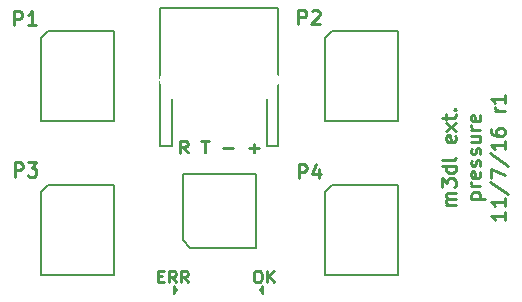
<source format=gto>
G04 #@! TF.FileFunction,Legend,Top*
%FSLAX46Y46*%
G04 Gerber Fmt 4.6, Leading zero omitted, Abs format (unit mm)*
G04 Created by KiCad (PCBNEW 0.201604290946+6713~44~ubuntu14.04.1-product) date Mon 11 Jul 2016 15:01:41 CEST*
%MOMM*%
%LPD*%
G01*
G04 APERTURE LIST*
%ADD10C,0.100000*%
%ADD11C,0.280000*%
%ADD12C,0.250000*%
%ADD13C,0.150000*%
%ADD14C,6.300000*%
%ADD15C,0.600000*%
%ADD16C,0.787000*%
%ADD17C,1.000000*%
%ADD18R,2.000000X0.600000*%
%ADD19C,1.200000*%
%ADD20C,1.600000*%
%ADD21R,0.500000X1.200000*%
%ADD22R,1.200000X0.500000*%
%ADD23R,0.950000X1.000000*%
%ADD24R,0.620000X0.620000*%
G04 APERTURE END LIST*
D10*
D11*
X120012857Y-127878571D02*
X119212857Y-127878571D01*
X119327142Y-127878571D02*
X119270000Y-127821428D01*
X119212857Y-127707142D01*
X119212857Y-127535714D01*
X119270000Y-127421428D01*
X119384285Y-127364285D01*
X120012857Y-127364285D01*
X119384285Y-127364285D02*
X119270000Y-127307142D01*
X119212857Y-127192857D01*
X119212857Y-127021428D01*
X119270000Y-126907142D01*
X119384285Y-126850000D01*
X120012857Y-126850000D01*
X118812857Y-126392857D02*
X118812857Y-125650000D01*
X119270000Y-126050000D01*
X119270000Y-125878571D01*
X119327142Y-125764285D01*
X119384285Y-125707142D01*
X119498571Y-125650000D01*
X119784285Y-125650000D01*
X119898571Y-125707142D01*
X119955714Y-125764285D01*
X120012857Y-125878571D01*
X120012857Y-126221428D01*
X119955714Y-126335714D01*
X119898571Y-126392857D01*
X120012857Y-124621428D02*
X118812857Y-124621428D01*
X119955714Y-124621428D02*
X120012857Y-124735714D01*
X120012857Y-124964285D01*
X119955714Y-125078571D01*
X119898571Y-125135714D01*
X119784285Y-125192857D01*
X119441428Y-125192857D01*
X119327142Y-125135714D01*
X119270000Y-125078571D01*
X119212857Y-124964285D01*
X119212857Y-124735714D01*
X119270000Y-124621428D01*
X120012857Y-123878571D02*
X119955714Y-123992857D01*
X119841428Y-124050000D01*
X118812857Y-124050000D01*
X119955714Y-122050000D02*
X120012857Y-122164285D01*
X120012857Y-122392857D01*
X119955714Y-122507142D01*
X119841428Y-122564285D01*
X119384285Y-122564285D01*
X119270000Y-122507142D01*
X119212857Y-122392857D01*
X119212857Y-122164285D01*
X119270000Y-122050000D01*
X119384285Y-121992857D01*
X119498571Y-121992857D01*
X119612857Y-122564285D01*
X120012857Y-121592857D02*
X119212857Y-120964285D01*
X119212857Y-121592857D02*
X120012857Y-120964285D01*
X119212857Y-120678571D02*
X119212857Y-120221428D01*
X118812857Y-120507142D02*
X119841428Y-120507142D01*
X119955714Y-120450000D01*
X120012857Y-120335714D01*
X120012857Y-120221428D01*
X119898571Y-119821428D02*
X119955714Y-119764285D01*
X120012857Y-119821428D01*
X119955714Y-119878571D01*
X119898571Y-119821428D01*
X120012857Y-119821428D01*
X121292857Y-127392857D02*
X122492857Y-127392857D01*
X121350000Y-127392857D02*
X121292857Y-127278571D01*
X121292857Y-127050000D01*
X121350000Y-126935714D01*
X121407142Y-126878571D01*
X121521428Y-126821428D01*
X121864285Y-126821428D01*
X121978571Y-126878571D01*
X122035714Y-126935714D01*
X122092857Y-127050000D01*
X122092857Y-127278571D01*
X122035714Y-127392857D01*
X122092857Y-126307142D02*
X121292857Y-126307142D01*
X121521428Y-126307142D02*
X121407142Y-126250000D01*
X121350000Y-126192857D01*
X121292857Y-126078571D01*
X121292857Y-125964285D01*
X122035714Y-125107142D02*
X122092857Y-125221428D01*
X122092857Y-125450000D01*
X122035714Y-125564285D01*
X121921428Y-125621428D01*
X121464285Y-125621428D01*
X121350000Y-125564285D01*
X121292857Y-125450000D01*
X121292857Y-125221428D01*
X121350000Y-125107142D01*
X121464285Y-125050000D01*
X121578571Y-125050000D01*
X121692857Y-125621428D01*
X122035714Y-124592857D02*
X122092857Y-124478571D01*
X122092857Y-124250000D01*
X122035714Y-124135714D01*
X121921428Y-124078571D01*
X121864285Y-124078571D01*
X121750000Y-124135714D01*
X121692857Y-124250000D01*
X121692857Y-124421428D01*
X121635714Y-124535714D01*
X121521428Y-124592857D01*
X121464285Y-124592857D01*
X121350000Y-124535714D01*
X121292857Y-124421428D01*
X121292857Y-124250000D01*
X121350000Y-124135714D01*
X122035714Y-123621428D02*
X122092857Y-123507142D01*
X122092857Y-123278571D01*
X122035714Y-123164285D01*
X121921428Y-123107142D01*
X121864285Y-123107142D01*
X121750000Y-123164285D01*
X121692857Y-123278571D01*
X121692857Y-123450000D01*
X121635714Y-123564285D01*
X121521428Y-123621428D01*
X121464285Y-123621428D01*
X121350000Y-123564285D01*
X121292857Y-123450000D01*
X121292857Y-123278571D01*
X121350000Y-123164285D01*
X121292857Y-122078571D02*
X122092857Y-122078571D01*
X121292857Y-122592857D02*
X121921428Y-122592857D01*
X122035714Y-122535714D01*
X122092857Y-122421428D01*
X122092857Y-122250000D01*
X122035714Y-122135714D01*
X121978571Y-122078571D01*
X122092857Y-121507142D02*
X121292857Y-121507142D01*
X121521428Y-121507142D02*
X121407142Y-121450000D01*
X121350000Y-121392857D01*
X121292857Y-121278571D01*
X121292857Y-121164285D01*
X122035714Y-120307142D02*
X122092857Y-120421428D01*
X122092857Y-120650000D01*
X122035714Y-120764285D01*
X121921428Y-120821428D01*
X121464285Y-120821428D01*
X121350000Y-120764285D01*
X121292857Y-120650000D01*
X121292857Y-120421428D01*
X121350000Y-120307142D01*
X121464285Y-120250000D01*
X121578571Y-120250000D01*
X121692857Y-120821428D01*
X124172857Y-128450000D02*
X124172857Y-129135714D01*
X124172857Y-128792857D02*
X122972857Y-128792857D01*
X123144285Y-128907142D01*
X123258571Y-129021428D01*
X123315714Y-129135714D01*
X124172857Y-127307142D02*
X124172857Y-127992857D01*
X124172857Y-127650000D02*
X122972857Y-127650000D01*
X123144285Y-127764285D01*
X123258571Y-127878571D01*
X123315714Y-127992857D01*
X122915714Y-125935714D02*
X124458571Y-126964285D01*
X122972857Y-125650000D02*
X122972857Y-124850000D01*
X124172857Y-125364285D01*
X122915714Y-123535714D02*
X124458571Y-124564285D01*
X124172857Y-122507142D02*
X124172857Y-123192857D01*
X124172857Y-122850000D02*
X122972857Y-122850000D01*
X123144285Y-122964285D01*
X123258571Y-123078571D01*
X123315714Y-123192857D01*
X122972857Y-121478571D02*
X122972857Y-121707142D01*
X123030000Y-121821428D01*
X123087142Y-121878571D01*
X123258571Y-121992857D01*
X123487142Y-122050000D01*
X123944285Y-122050000D01*
X124058571Y-121992857D01*
X124115714Y-121935714D01*
X124172857Y-121821428D01*
X124172857Y-121592857D01*
X124115714Y-121478571D01*
X124058571Y-121421428D01*
X123944285Y-121364285D01*
X123658571Y-121364285D01*
X123544285Y-121421428D01*
X123487142Y-121478571D01*
X123430000Y-121592857D01*
X123430000Y-121821428D01*
X123487142Y-121935714D01*
X123544285Y-121992857D01*
X123658571Y-122050000D01*
X124172857Y-119935714D02*
X123372857Y-119935714D01*
X123601428Y-119935714D02*
X123487142Y-119878571D01*
X123430000Y-119821428D01*
X123372857Y-119707142D01*
X123372857Y-119592857D01*
X124172857Y-118564285D02*
X124172857Y-119250000D01*
X124172857Y-118907142D02*
X122972857Y-118907142D01*
X123144285Y-119021428D01*
X123258571Y-119135714D01*
X123315714Y-119250000D01*
X106714285Y-125642857D02*
X106714285Y-124442857D01*
X107171428Y-124442857D01*
X107285714Y-124500000D01*
X107342857Y-124557142D01*
X107400000Y-124671428D01*
X107400000Y-124842857D01*
X107342857Y-124957142D01*
X107285714Y-125014285D01*
X107171428Y-125071428D01*
X106714285Y-125071428D01*
X108428571Y-124842857D02*
X108428571Y-125642857D01*
X108142857Y-124385714D02*
X107857142Y-125242857D01*
X108600000Y-125242857D01*
X82664285Y-125492857D02*
X82664285Y-124292857D01*
X83121428Y-124292857D01*
X83235714Y-124350000D01*
X83292857Y-124407142D01*
X83350000Y-124521428D01*
X83350000Y-124692857D01*
X83292857Y-124807142D01*
X83235714Y-124864285D01*
X83121428Y-124921428D01*
X82664285Y-124921428D01*
X83750000Y-124292857D02*
X84492857Y-124292857D01*
X84092857Y-124750000D01*
X84264285Y-124750000D01*
X84378571Y-124807142D01*
X84435714Y-124864285D01*
X84492857Y-124978571D01*
X84492857Y-125264285D01*
X84435714Y-125378571D01*
X84378571Y-125435714D01*
X84264285Y-125492857D01*
X83921428Y-125492857D01*
X83807142Y-125435714D01*
X83750000Y-125378571D01*
X106664285Y-112592857D02*
X106664285Y-111392857D01*
X107121428Y-111392857D01*
X107235714Y-111450000D01*
X107292857Y-111507142D01*
X107350000Y-111621428D01*
X107350000Y-111792857D01*
X107292857Y-111907142D01*
X107235714Y-111964285D01*
X107121428Y-112021428D01*
X106664285Y-112021428D01*
X107807142Y-111507142D02*
X107864285Y-111450000D01*
X107978571Y-111392857D01*
X108264285Y-111392857D01*
X108378571Y-111450000D01*
X108435714Y-111507142D01*
X108492857Y-111621428D01*
X108492857Y-111735714D01*
X108435714Y-111907142D01*
X107750000Y-112592857D01*
X108492857Y-112592857D01*
X82614285Y-112692857D02*
X82614285Y-111492857D01*
X83071428Y-111492857D01*
X83185714Y-111550000D01*
X83242857Y-111607142D01*
X83300000Y-111721428D01*
X83300000Y-111892857D01*
X83242857Y-112007142D01*
X83185714Y-112064285D01*
X83071428Y-112121428D01*
X82614285Y-112121428D01*
X84442857Y-112692857D02*
X83757142Y-112692857D01*
X84100000Y-112692857D02*
X84100000Y-111492857D01*
X83985714Y-111664285D01*
X83871428Y-111778571D01*
X83757142Y-111835714D01*
D12*
X97302380Y-123452380D02*
X96935714Y-122976190D01*
X96673809Y-123452380D02*
X96673809Y-122452380D01*
X97092857Y-122452380D01*
X97197619Y-122500000D01*
X97250000Y-122547619D01*
X97302380Y-122642857D01*
X97302380Y-122785714D01*
X97250000Y-122880952D01*
X97197619Y-122928571D01*
X97092857Y-122976190D01*
X96673809Y-122976190D01*
X98454761Y-122452380D02*
X99083333Y-122452380D01*
X98769047Y-123452380D02*
X98769047Y-122452380D01*
X100288095Y-123071428D02*
X101126190Y-123071428D01*
X102488095Y-123071428D02*
X103326190Y-123071428D01*
X102907142Y-123452380D02*
X102907142Y-122690476D01*
X94835714Y-133928571D02*
X95169047Y-133928571D01*
X95311904Y-134452380D02*
X94835714Y-134452380D01*
X94835714Y-133452380D01*
X95311904Y-133452380D01*
X96311904Y-134452380D02*
X95978571Y-133976190D01*
X95740476Y-134452380D02*
X95740476Y-133452380D01*
X96121428Y-133452380D01*
X96216666Y-133500000D01*
X96264285Y-133547619D01*
X96311904Y-133642857D01*
X96311904Y-133785714D01*
X96264285Y-133880952D01*
X96216666Y-133928571D01*
X96121428Y-133976190D01*
X95740476Y-133976190D01*
X97311904Y-134452380D02*
X96978571Y-133976190D01*
X96740476Y-134452380D02*
X96740476Y-133452380D01*
X97121428Y-133452380D01*
X97216666Y-133500000D01*
X97264285Y-133547619D01*
X97311904Y-133642857D01*
X97311904Y-133785714D01*
X97264285Y-133880952D01*
X97216666Y-133928571D01*
X97121428Y-133976190D01*
X96740476Y-133976190D01*
X103154761Y-133452380D02*
X103345238Y-133452380D01*
X103440476Y-133500000D01*
X103535714Y-133595238D01*
X103583333Y-133785714D01*
X103583333Y-134119047D01*
X103535714Y-134309523D01*
X103440476Y-134404761D01*
X103345238Y-134452380D01*
X103154761Y-134452380D01*
X103059523Y-134404761D01*
X102964285Y-134309523D01*
X102916666Y-134119047D01*
X102916666Y-133785714D01*
X102964285Y-133595238D01*
X103059523Y-133500000D01*
X103154761Y-133452380D01*
X104011904Y-134452380D02*
X104011904Y-133452380D01*
X104583333Y-134452380D02*
X104154761Y-133880952D01*
X104583333Y-133452380D02*
X104011904Y-134023809D01*
D13*
X85500000Y-113190000D02*
X91100000Y-113190000D01*
X91100000Y-113190000D02*
X91100000Y-120810000D01*
X91100000Y-120810000D02*
X84900000Y-120810000D01*
X84900000Y-120810000D02*
X84900000Y-113790000D01*
X84900000Y-113790000D02*
X85500000Y-113190000D01*
X109500000Y-126190000D02*
X115100000Y-126190000D01*
X115100000Y-126190000D02*
X115100000Y-133810000D01*
X115100000Y-133810000D02*
X108900000Y-133810000D01*
X108900000Y-133810000D02*
X108900000Y-126790000D01*
X108900000Y-126790000D02*
X109500000Y-126190000D01*
X85500000Y-126190000D02*
X91100000Y-126190000D01*
X91100000Y-126190000D02*
X91100000Y-133810000D01*
X91100000Y-133810000D02*
X84900000Y-133810000D01*
X84900000Y-133810000D02*
X84900000Y-126790000D01*
X84900000Y-126790000D02*
X85500000Y-126190000D01*
X109500000Y-113190000D02*
X115100000Y-113190000D01*
X115100000Y-113190000D02*
X115100000Y-120810000D01*
X115100000Y-120810000D02*
X108900000Y-120810000D01*
X108900000Y-120810000D02*
X108900000Y-113790000D01*
X108900000Y-113790000D02*
X109500000Y-113190000D01*
X95000000Y-111200000D02*
X105000000Y-111200000D01*
X105000000Y-111200000D02*
X105000000Y-122900000D01*
X105000000Y-122900000D02*
X104000000Y-122900000D01*
X104000000Y-122900000D02*
X104000000Y-118900000D01*
X95000000Y-111200000D02*
X95000000Y-122900000D01*
X95000000Y-122900000D02*
X96000000Y-122900000D01*
X96000000Y-122900000D02*
X96000000Y-118900000D01*
X96900000Y-130900000D02*
X96900000Y-125300000D01*
X96900000Y-125300000D02*
X103100000Y-125300000D01*
X103100000Y-125300000D02*
X103100000Y-131500000D01*
X103100000Y-131500000D02*
X97500000Y-131500000D01*
X97500000Y-131500000D02*
X96900000Y-130900000D01*
X96425000Y-135100000D02*
X96175000Y-135425000D01*
X96425000Y-135100000D02*
X96175000Y-134775000D01*
X96175000Y-135425000D02*
X96175000Y-134775000D01*
X103475000Y-135100000D02*
X103725000Y-134775000D01*
X103475000Y-135100000D02*
X103725000Y-135425000D01*
X103725000Y-134775000D02*
X103725000Y-135425000D01*
%LPC*%
D14*
X121500000Y-114500000D03*
D15*
X121500000Y-112000000D03*
X124000000Y-114500000D03*
X121500000Y-117000000D03*
X119000000Y-114500000D03*
X119700000Y-112700000D03*
X123300000Y-112700000D03*
X119700000Y-116300000D03*
X123300000Y-116300000D03*
D14*
X121500000Y-132500000D03*
D15*
X121500000Y-130000000D03*
X124000000Y-132500000D03*
X121500000Y-135000000D03*
X119000000Y-132500000D03*
X119700000Y-130700000D03*
X123300000Y-130700000D03*
X119700000Y-134300000D03*
X123300000Y-134300000D03*
D14*
X78500000Y-132500000D03*
D15*
X78500000Y-130000000D03*
X81000000Y-132500000D03*
X78500000Y-135000000D03*
X76000000Y-132500000D03*
X76700000Y-130700000D03*
X80300000Y-130700000D03*
X76700000Y-134300000D03*
X80300000Y-134300000D03*
D14*
X78500000Y-114500000D03*
D15*
X78500000Y-112000000D03*
X81000000Y-114500000D03*
X78500000Y-117000000D03*
X76000000Y-114500000D03*
X76700000Y-112700000D03*
X80300000Y-112700000D03*
X76700000Y-116300000D03*
X80300000Y-116300000D03*
D16*
X77500000Y-122230000D03*
X78770000Y-122230000D03*
X77500000Y-123500000D03*
X78770000Y-123500000D03*
X77500000Y-124770000D03*
X78770000Y-124770000D03*
D17*
X78135000Y-120960000D03*
X77119000Y-126040000D03*
X79151000Y-126040000D03*
D18*
X83400000Y-113190000D03*
X83400000Y-114460000D03*
X83400000Y-115730000D03*
X83400000Y-117000000D03*
X83400000Y-118270000D03*
X83400000Y-119540000D03*
X83400000Y-120810000D03*
X92600000Y-120810000D03*
X92600000Y-119540000D03*
X92600000Y-118270000D03*
X92600000Y-117000000D03*
X92600000Y-115730000D03*
X92600000Y-114460000D03*
X92600000Y-113190000D03*
X107400000Y-126190000D03*
X107400000Y-127460000D03*
X107400000Y-128730000D03*
X107400000Y-130000000D03*
X107400000Y-131270000D03*
X107400000Y-132540000D03*
X107400000Y-133810000D03*
X116600000Y-133810000D03*
X116600000Y-132540000D03*
X116600000Y-131270000D03*
X116600000Y-130000000D03*
X116600000Y-128730000D03*
X116600000Y-127460000D03*
X116600000Y-126190000D03*
X83400000Y-126190000D03*
X83400000Y-127460000D03*
X83400000Y-128730000D03*
X83400000Y-130000000D03*
X83400000Y-131270000D03*
X83400000Y-132540000D03*
X83400000Y-133810000D03*
X92600000Y-133810000D03*
X92600000Y-132540000D03*
X92600000Y-131270000D03*
X92600000Y-130000000D03*
X92600000Y-128730000D03*
X92600000Y-127460000D03*
X92600000Y-126190000D03*
X107400000Y-113190000D03*
X107400000Y-114460000D03*
X107400000Y-115730000D03*
X107400000Y-117000000D03*
X107400000Y-118270000D03*
X107400000Y-119540000D03*
X107400000Y-120810000D03*
X116600000Y-120810000D03*
X116600000Y-119540000D03*
X116600000Y-118270000D03*
X116600000Y-117000000D03*
X116600000Y-115730000D03*
X116600000Y-114460000D03*
X116600000Y-113190000D03*
D19*
X104500000Y-117300000D03*
X95500000Y-117300000D03*
D20*
X103000000Y-119400000D03*
X101000000Y-119400000D03*
X99000000Y-119400000D03*
X97000000Y-119400000D03*
D21*
X97200000Y-132600000D03*
X98000000Y-132600000D03*
X98800000Y-132600000D03*
X99600000Y-132600000D03*
X100400000Y-132600000D03*
X101200000Y-132600000D03*
X102000000Y-132600000D03*
X102800000Y-132600000D03*
D22*
X104200000Y-131200000D03*
X104200000Y-130400000D03*
X104200000Y-129600000D03*
X104200000Y-128800000D03*
X104200000Y-128000000D03*
X104200000Y-127200000D03*
X104200000Y-126400000D03*
X104200000Y-125600000D03*
D21*
X102800000Y-124200000D03*
X102000000Y-124200000D03*
X101200000Y-124200000D03*
X100400000Y-124200000D03*
X99600000Y-124200000D03*
X98800000Y-124200000D03*
X98000000Y-124200000D03*
X97200000Y-124200000D03*
D22*
X95800000Y-125600000D03*
X95800000Y-126400000D03*
X95800000Y-127200000D03*
X95800000Y-128000000D03*
X95800000Y-128800000D03*
X95800000Y-129600000D03*
X95800000Y-130400000D03*
X95800000Y-131200000D03*
D23*
X97100000Y-135100000D03*
X95500000Y-135100000D03*
D24*
X116350000Y-135200000D03*
X117250000Y-135200000D03*
X92350000Y-135200000D03*
X93250000Y-135200000D03*
X92350000Y-122200000D03*
X93250000Y-122200000D03*
X105600000Y-123850000D03*
X105600000Y-124750000D03*
D10*
G36*
X103343396Y-123981802D02*
X103781802Y-123543396D01*
X104220208Y-123981802D01*
X103781802Y-124420208D01*
X103343396Y-123981802D01*
X103343396Y-123981802D01*
G37*
G36*
X103979792Y-124618198D02*
X104418198Y-124179792D01*
X104856604Y-124618198D01*
X104418198Y-125056604D01*
X103979792Y-124618198D01*
X103979792Y-124618198D01*
G37*
G36*
X96556604Y-132918198D02*
X96118198Y-133356604D01*
X95679792Y-132918198D01*
X96118198Y-132479792D01*
X96556604Y-132918198D01*
X96556604Y-132918198D01*
G37*
G36*
X95920208Y-132281802D02*
X95481802Y-132720208D01*
X95043396Y-132281802D01*
X95481802Y-131843396D01*
X95920208Y-132281802D01*
X95920208Y-132281802D01*
G37*
D24*
X99350000Y-134050000D03*
X98450000Y-134050000D03*
X100550000Y-134050000D03*
X101450000Y-134050000D03*
X98450000Y-135250000D03*
X99350000Y-135250000D03*
X116350000Y-122200000D03*
X117250000Y-122200000D03*
X101450000Y-135250000D03*
X100550000Y-135250000D03*
D23*
X102800000Y-135100000D03*
X104400000Y-135100000D03*
D24*
X97000000Y-121050000D03*
X97000000Y-121950000D03*
X103000000Y-121050000D03*
X103000000Y-121950000D03*
X99000000Y-121050000D03*
X99000000Y-121950000D03*
M02*

</source>
